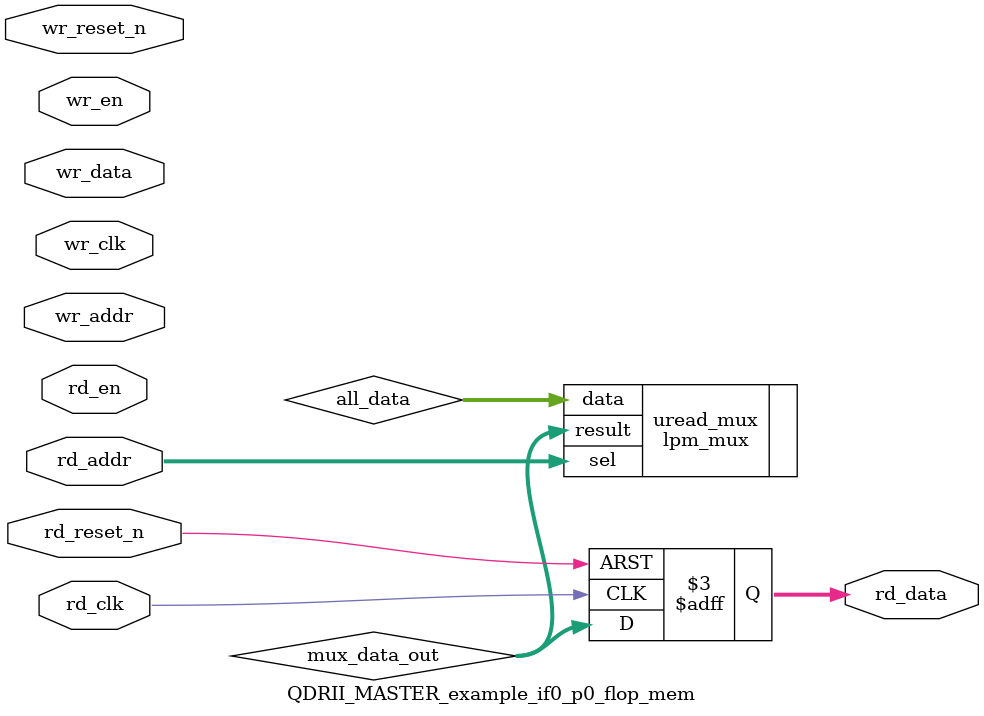
<source format=v>



`timescale 1 ps / 1 ps

(* altera_attribute = "-name ALLOW_SYNCH_CTRL_USAGE ON;-name AUTO_CLOCK_ENABLE_RECOGNITION ON" *)
module QDRII_MASTER_example_if0_p0_flop_mem(
	wr_reset_n,
	wr_clk,
	wr_en,
	wr_addr,
	wr_data,
	rd_reset_n,
	rd_clk,
	rd_en,
	rd_addr,
	rd_data
);

parameter WRITE_MEM_DEPTH	= "";
parameter WRITE_ADDR_WIDTH	= "";
parameter WRITE_DATA_WIDTH	= "";
parameter READ_MEM_DEPTH	= "";
parameter READ_ADDR_WIDTH	= "";		 
parameter READ_DATA_WIDTH	= "";


input	wr_reset_n;
input	wr_clk;
input	wr_en;
input	[WRITE_ADDR_WIDTH-1:0] wr_addr;
input	[WRITE_DATA_WIDTH-1:0] wr_data;
input	rd_reset_n;
input	rd_clk;
input	rd_en;
input	[READ_ADDR_WIDTH-1:0] rd_addr;
output	[READ_DATA_WIDTH-1:0] rd_data;



wire	[WRITE_DATA_WIDTH*WRITE_MEM_DEPTH-1:0] all_data;
wire	[READ_DATA_WIDTH-1:0] mux_data_out;



// declare a memory with WRITE_MEM_DEPTH entries
// each entry contains a data size of WRITE_DATA_WIDTH
reg	[WRITE_DATA_WIDTH-1:0] data_stored [0:WRITE_MEM_DEPTH-1] /* synthesis syn_preserve = 1 */;
reg	[READ_DATA_WIDTH-1:0] rd_data;

generate
genvar entry;
	for (entry=0; entry < WRITE_MEM_DEPTH; entry=entry+1)
	begin: mem_location
		assign all_data[(WRITE_DATA_WIDTH*(entry+1)-1) : (WRITE_DATA_WIDTH*entry)] = data_stored[entry]; 
		
		always @(posedge wr_clk or negedge wr_reset_n)
		begin
			if (~wr_reset_n) begin
				data_stored[entry] <= {WRITE_DATA_WIDTH{1'b0}};
			end else begin
				if (wr_en) begin
					if (entry == wr_addr) begin
						data_stored[entry] <= wr_data;
					end
				end
			end
		end		
	end
endgenerate

// mux to select the correct output data based on read address
lpm_mux	uread_mux(
	.sel (rd_addr),
	.data (all_data),
	.result (mux_data_out)
	// synopsys translate_off
	,
	.aclr (),
	.clken (),
	.clock ()
	// synopsys translate_on
	);
 defparam uread_mux.lpm_size = READ_MEM_DEPTH;
 defparam uread_mux.lpm_type = "LPM_MUX";
 defparam uread_mux.lpm_width = READ_DATA_WIDTH;
 defparam uread_mux.lpm_widths = READ_ADDR_WIDTH;

always @(posedge rd_clk or negedge rd_reset_n)	
begin
	if (~rd_reset_n) begin
		rd_data <= {READ_DATA_WIDTH{1'b0}};
	end else begin
		rd_data <= mux_data_out;
	end
end

endmodule

</source>
